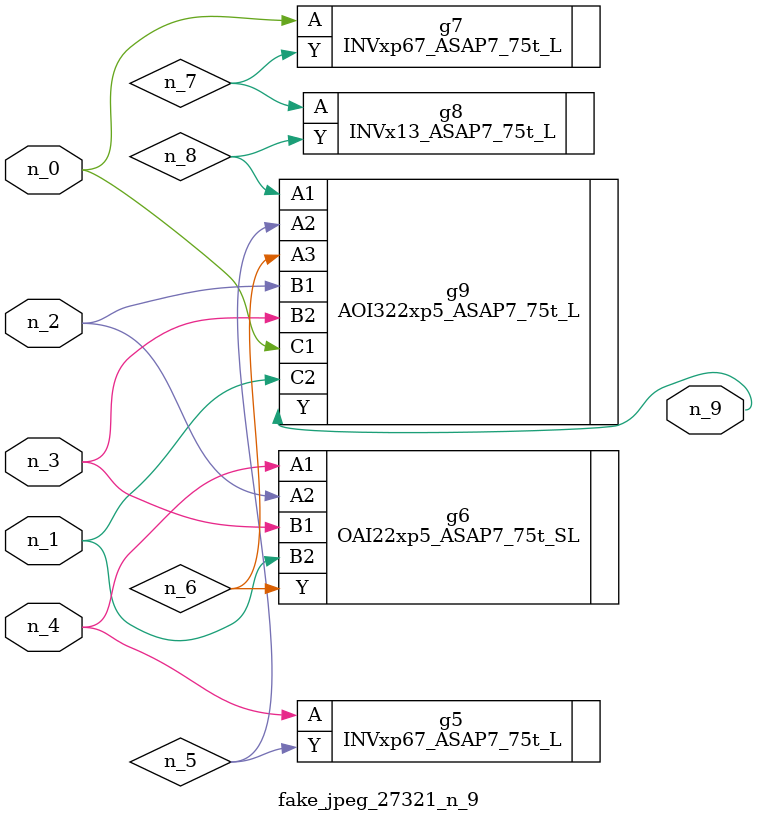
<source format=v>
module fake_jpeg_27321_n_9 (n_3, n_2, n_1, n_0, n_4, n_9);

input n_3;
input n_2;
input n_1;
input n_0;
input n_4;

output n_9;

wire n_8;
wire n_6;
wire n_5;
wire n_7;

INVxp67_ASAP7_75t_L g5 ( 
.A(n_4),
.Y(n_5)
);

OAI22xp5_ASAP7_75t_SL g6 ( 
.A1(n_4),
.A2(n_2),
.B1(n_3),
.B2(n_1),
.Y(n_6)
);

INVxp67_ASAP7_75t_L g7 ( 
.A(n_0),
.Y(n_7)
);

INVx13_ASAP7_75t_L g8 ( 
.A(n_7),
.Y(n_8)
);

AOI322xp5_ASAP7_75t_L g9 ( 
.A1(n_8),
.A2(n_5),
.A3(n_6),
.B1(n_2),
.B2(n_3),
.C1(n_0),
.C2(n_1),
.Y(n_9)
);


endmodule
</source>
